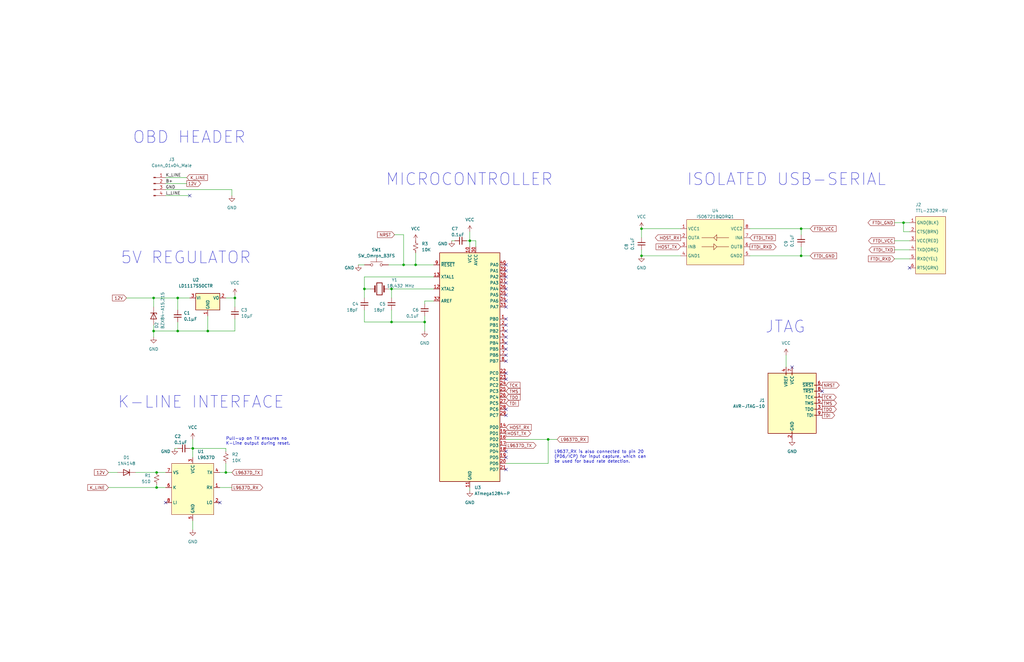
<source format=kicad_sch>
(kicad_sch (version 20230121) (generator eeschema)
  (paper "B")
  (lib_symbols
    (symbol "Connector:AVR-JTAG-10" (pin_names (offset 1.016))
      (property "Reference" "J" (at -8.89 13.97 0))
      (property "Value" "AVR-JTAG-10" (at 1.27 13.97 0))
      (symbol "AVR-JTAG-10_0_1"
        (rectangle (start -2.667 12.7) (end -2.413 11.938))
        (rectangle (start -0.127 -11.938) (end 0.127 -12.7))
        (rectangle (start -0.127 12.7) (end 0.127 11.938))
        (rectangle (start 10.16 -4.953) (end 9.398 -5.207))
        (rectangle (start 10.16 -2.413) (end 9.398 -2.667))
        (rectangle (start 10.16 0.127) (end 9.398 -0.127))
        (rectangle (start 10.16 2.667) (end 9.398 2.413))
        (rectangle (start 10.16 5.207) (end 9.398 4.953))
        (rectangle (start 10.16 7.747) (end 9.398 7.493))
        (rectangle (start 10.16 12.7) (end -10.16 -12.7) (stroke (width 0.254)) (fill (type background)))
      )
      (symbol "AVR-JTAG-10_1_1"
        (pin passive line (at 12.7 2.54 180) (length 2.54) (name "TCK") (number "1"))
        (pin passive line (at 0 -15.24 90) (length 2.54) hide (name "GND") (number "10"))
        (pin passive line (at 0 -15.24 90) (length 2.54) (name "GND") (number "2"))
        (pin passive line (at 12.7 -2.54 180) (length 2.54) (name "TDO") (number "3"))
        (pin passive line (at -2.54 15.24 270) (length 2.54) (name "VREF") (number "4"))
        (pin passive line (at 12.7 0 180) (length 2.54) (name "TMS") (number "5"))
        (pin passive line (at 12.7 7.62 180) (length 2.54) (name "~{SRST}") (number "6"))
        (pin passive line (at 0 15.24 270) (length 2.54) (name "VCC") (number "7"))
        (pin passive line (at 12.7 5.08 180) (length 2.54) (name "~{TRST}") (number "8"))
        (pin passive line (at 12.7 -5.08 180) (length 2.54) (name "TDI") (number "9"))
      )
    )
    (symbol "Connector:Conn_01x04_Male" (pin_names (offset 1.016) hide)
      (property "Reference" "J" (at 0 5.08 0))
      (property "Value" "Conn_01x04_Male" (at 0 -7.62 0))
      (symbol "Conn_01x04_Male_1_1"
        (polyline (pts (xy 1.27 -5.08) (xy 0.8636 -5.08)) (stroke (width 0.1524)))
        (polyline (pts (xy 1.27 -2.54) (xy 0.8636 -2.54)) (stroke (width 0.1524)))
        (polyline (pts (xy 1.27 0) (xy 0.8636 0)) (stroke (width 0.1524)))
        (polyline (pts (xy 1.27 2.54) (xy 0.8636 2.54)) (stroke (width 0.1524)))
        (rectangle (start 0.8636 -4.953) (end 0 -5.207) (stroke (width 0.1524)) (fill (type outline)))
        (rectangle (start 0.8636 -2.413) (end 0 -2.667) (stroke (width 0.1524)) (fill (type outline)))
        (rectangle (start 0.8636 0.127) (end 0 -0.127) (stroke (width 0.1524)) (fill (type outline)))
        (rectangle (start 0.8636 2.667) (end 0 2.413) (stroke (width 0.1524)) (fill (type outline)))
        (pin passive line (at 5.08 2.54 180) (length 3.81) (name "Pin_1") (number "1"))
        (pin passive line (at 5.08 0 180) (length 3.81) (name "Pin_2") (number "2"))
        (pin passive line (at 5.08 -2.54 180) (length 3.81) (name "Pin_3") (number "3"))
        (pin passive line (at 5.08 -5.08 180) (length 3.81) (name "Pin_4") (number "4"))
      )
    )
    (symbol "Device:C_Small" (pin_numbers hide) (pin_names (offset 0.254) hide)
      (property "Reference" "C" (at 0.254 1.778 0))
      (property "Value" "C_Small" (at 0.254 -2.032 0))
      (symbol "C_Small_0_1"
        (polyline (pts (xy -1.524 -0.508) (xy 1.524 -0.508)) (stroke (width 0.3302)))
        (polyline (pts (xy -1.524 0.508) (xy 1.524 0.508)) (stroke (width 0.3048)))
      )
      (symbol "C_Small_1_1"
        (pin passive line (at 0 2.54 270) (length 2.032) (name "~") (number "1"))
        (pin passive line (at 0 -2.54 90) (length 2.032) (name "~") (number "2"))
      )
    )
    (symbol "Device:Crystal" (pin_numbers hide) (pin_names (offset 1.016) hide)
      (property "Reference" "Y" (at 0 3.81 0))
      (property "Value" "Crystal" (at 0 -3.81 0))
      (symbol "Crystal_0_1"
        (rectangle (start -1.143 2.54) (end 1.143 -2.54) (stroke (width 0.3048)))
        (polyline (pts (xy -2.54 0) (xy -1.905 0)))
        (polyline (pts (xy -1.905 -1.27) (xy -1.905 1.27)) (stroke (width 0.508)))
        (polyline (pts (xy 1.905 -1.27) (xy 1.905 1.27)) (stroke (width 0.508)))
        (polyline (pts (xy 2.54 0) (xy 1.905 0)))
      )
      (symbol "Crystal_1_1"
        (pin passive line (at -3.81 0 0) (length 1.27) (name "1") (number "1"))
        (pin passive line (at 3.81 0 180) (length 1.27) (name "2") (number "2"))
      )
    )
    (symbol "Device:R_Small_US" (pin_numbers hide) (pin_names (offset 0.254) hide)
      (property "Reference" "R" (at 0.762 0.508 0))
      (property "Value" "R_Small_US" (at 0.762 -1.016 0))
      (symbol "R_Small_US_1_1"
        (polyline (pts (xy 0 0) (xy 1.016 -0.381) (xy 0 -0.762) (xy -1.016 -1.143) (xy 0 -1.524)))
        (polyline (pts (xy 0 1.524) (xy 1.016 1.143) (xy 0 0.762) (xy -1.016 0.381) (xy 0 0)))
        (pin passive line (at 0 2.54 270) (length 1.016) (name "~") (number "1"))
        (pin passive line (at 0 -2.54 90) (length 1.016) (name "~") (number "2"))
      )
    )
    (symbol "Diode:1N4148" (pin_numbers hide) (pin_names (offset 1.016) hide)
      (property "Reference" "D" (at 0 2.54 0))
      (property "Value" "1N4148" (at 0 -2.54 0))
      (symbol "1N4148_0_1"
        (polyline (pts (xy -1.27 1.27) (xy -1.27 -1.27)) (stroke (width 0.254)))
        (polyline (pts (xy 1.27 0) (xy -1.27 0)))
        (polyline (pts (xy 1.27 1.27) (xy 1.27 -1.27) (xy -1.27 0) (xy 1.27 1.27)) (stroke (width 0.254)))
      )
      (symbol "1N4148_1_1"
        (pin passive line (at -3.81 0 0) (length 2.54) (name "K") (number "1"))
        (pin passive line (at 3.81 0 180) (length 2.54) (name "A") (number "2"))
      )
    )
    (symbol "Diode:BZX84Cxx" (pin_numbers hide) (pin_names hide)
      (property "Reference" "D" (at 0 3.81 0))
      (property "Value" "BZX84Cxx" (at 0 -3.81 0))
      (symbol "BZX84Cxx_0_1"
        (polyline (pts (xy 1.27 0) (xy -1.27 0)))
        (polyline (pts (xy -1.27 -1.27) (xy -1.27 1.27) (xy -0.762 1.27)) (stroke (width 0.254)))
        (polyline (pts (xy 1.27 -1.27) (xy 1.27 1.27) (xy -1.27 0) (xy 1.27 -1.27)) (stroke (width 0.254)))
      )
      (symbol "BZX84Cxx_1_1"
        (pin passive line (at 3.81 0 180) (length 2.54) (name "A") (number "1"))
        (pin no_connect line (at 1.27 0 180) (length 2.54) hide (name "NC") (number "2"))
        (pin passive line (at -3.81 0 0) (length 2.54) (name "K") (number "3"))
      )
    )
    (symbol "MCU_Microchip_ATmega:ATmega1284-P"
      (property "Reference" "U" (at -12.7 49.53 0))
      (property "Value" "ATmega1284-P" (at 2.54 -49.53 0))
      (symbol "ATmega1284-P_0_1"
        (rectangle (start -12.7 -48.26) (end 12.7 48.26) (stroke (width 0.254)) (fill (type background)))
      )
      (symbol "ATmega1284-P_1_1"
        (pin bidirectional line (at 15.24 20.32 180) (length 2.54) (name "PB0") (number "1"))
        (pin power_in line (at 0 50.8 270) (length 2.54) (name "VCC") (number "10"))
        (pin power_in line (at 0 -50.8 90) (length 2.54) (name "GND") (number "11"))
        (pin output line (at -15.24 33.02 0) (length 2.54) (name "XTAL2") (number "12"))
        (pin input line (at -15.24 38.1 0) (length 2.54) (name "XTAL1") (number "13"))
        (pin bidirectional line (at 15.24 -25.4 180) (length 2.54) (name "PD0") (number "14"))
        (pin bidirectional line (at 15.24 -27.94 180) (length 2.54) (name "PD1") (number "15"))
        (pin bidirectional line (at 15.24 -30.48 180) (length 2.54) (name "PD2") (number "16"))
        (pin bidirectional line (at 15.24 -33.02 180) (length 2.54) (name "PD3") (number "17"))
        (pin bidirectional line (at 15.24 -35.56 180) (length 2.54) (name "PD4") (number "18"))
        (pin bidirectional line (at 15.24 -38.1 180) (length 2.54) (name "PD5") (number "19"))
        (pin bidirectional line (at 15.24 17.78 180) (length 2.54) (name "PB1") (number "2"))
        (pin bidirectional line (at 15.24 -40.64 180) (length 2.54) (name "PD6") (number "20"))
        (pin bidirectional line (at 15.24 -43.18 180) (length 2.54) (name "PD7") (number "21"))
        (pin bidirectional line (at 15.24 -2.54 180) (length 2.54) (name "PC0") (number "22"))
        (pin bidirectional line (at 15.24 -5.08 180) (length 2.54) (name "PC1") (number "23"))
        (pin bidirectional line (at 15.24 -7.62 180) (length 2.54) (name "PC2") (number "24"))
        (pin bidirectional line (at 15.24 -10.16 180) (length 2.54) (name "PC3") (number "25"))
        (pin bidirectional line (at 15.24 -12.7 180) (length 2.54) (name "PC4") (number "26"))
        (pin bidirectional line (at 15.24 -15.24 180) (length 2.54) (name "PC5") (number "27"))
        (pin bidirectional line (at 15.24 -17.78 180) (length 2.54) (name "PC6") (number "28"))
        (pin bidirectional line (at 15.24 -20.32 180) (length 2.54) (name "PC7") (number "29"))
        (pin bidirectional line (at 15.24 15.24 180) (length 2.54) (name "PB2") (number "3"))
        (pin power_in line (at 2.54 50.8 270) (length 2.54) (name "AVCC") (number "30"))
        (pin passive line (at 0 -50.8 90) (length 2.54) hide (name "GND") (number "31"))
        (pin passive line (at -15.24 27.94 0) (length 2.54) (name "AREF") (number "32"))
        (pin bidirectional line (at 15.24 25.4 180) (length 2.54) (name "PA7") (number "33"))
        (pin bidirectional line (at 15.24 27.94 180) (length 2.54) (name "PA6") (number "34"))
        (pin bidirectional line (at 15.24 30.48 180) (length 2.54) (name "PA5") (number "35"))
        (pin bidirectional line (at 15.24 33.02 180) (length 2.54) (name "PA4") (number "36"))
        (pin bidirectional line (at 15.24 35.56 180) (length 2.54) (name "PA3") (number "37"))
        (pin bidirectional line (at 15.24 38.1 180) (length 2.54) (name "PA2") (number "38"))
        (pin bidirectional line (at 15.24 40.64 180) (length 2.54) (name "PA1") (number "39"))
        (pin bidirectional line (at 15.24 12.7 180) (length 2.54) (name "PB3") (number "4"))
        (pin bidirectional line (at 15.24 43.18 180) (length 2.54) (name "PA0") (number "40"))
        (pin bidirectional line (at 15.24 10.16 180) (length 2.54) (name "PB4") (number "5"))
        (pin bidirectional line (at 15.24 7.62 180) (length 2.54) (name "PB5") (number "6"))
        (pin bidirectional line (at 15.24 5.08 180) (length 2.54) (name "PB6") (number "7"))
        (pin bidirectional line (at 15.24 2.54 180) (length 2.54) (name "PB7") (number "8"))
        (pin input line (at -15.24 43.18 0) (length 2.54) (name "~{RESET}") (number "9"))
      )
    )
    (symbol "Regulator_Linear:LD1117S50TR_SOT223" (pin_names (offset 0.254))
      (property "Reference" "U" (at -3.81 3.175 0))
      (property "Value" "LD1117S50TR_SOT223" (at 0 3.175 0))
      (symbol "LD1117S50TR_SOT223_0_1"
        (rectangle (start -5.08 -5.08) (end 5.08 1.905) (stroke (width 0.254)) (fill (type background)))
      )
      (symbol "LD1117S50TR_SOT223_1_1"
        (pin power_in line (at 0 -7.62 90) (length 2.54) (name "GND") (number "1"))
        (pin power_out line (at 7.62 0 180) (length 2.54) (name "VO") (number "2"))
        (pin power_in line (at -7.62 0 0) (length 2.54) (name "VI") (number "3"))
      )
    )
    (symbol "Switch:SW_Omron_B3FS" (pin_numbers hide) (pin_names (offset 1.016) hide)
      (property "Reference" "SW" (at 1.27 2.54 0))
      (property "Value" "SW_Omron_B3FS" (at 0 -1.524 0))
      (symbol "SW_Omron_B3FS_0_1"
        (circle (center -2.032 0) (radius 0.508))
        (polyline (pts (xy 0 1.27) (xy 0 3.048)))
        (polyline (pts (xy 2.54 1.27) (xy -2.54 1.27)))
        (circle (center 2.032 0) (radius 0.508))
        (pin passive line (at -5.08 0 0) (length 2.54) (name "1") (number "1"))
        (pin passive line (at 5.08 0 180) (length 2.54) (name "2") (number "2"))
      )
    )
    (symbol "kwp1281tool:ISO6721BQDRQ1"
      (property "Reference" "U" (at -11.43 11.43 0))
      (property "Value" "ISO6721BQDRQ1" (at 3.81 11.43 0))
      (symbol "ISO6721BQDRQ1_0_1"
        (polyline (pts (xy -1.27 -2.54) (xy -6.35 -2.54)))
        (polyline (pts (xy -1.27 1.27) (xy -6.35 1.27)))
        (polyline (pts (xy 0 -2.54) (xy 5.08 -2.54)))
        (polyline (pts (xy 0 1.27) (xy 5.08 1.27)))
        (polyline (pts (xy -1.27 -3.81) (xy -1.27 -1.27) (xy 0 -2.54) (xy -1.27 -3.81)))
        (polyline (pts (xy 0 2.54) (xy 0 0) (xy -1.27 1.27) (xy 0 2.54)))
      )
      (symbol "ISO6721BQDRQ1_1_1"
        (rectangle (start -12.7 8.89) (end 11.43 -10.16) (fill (type background)))
        (pin input line (at -15.24 5.08 0) (length 2.54) (name "VCC1") (number "1"))
        (pin output line (at -15.24 1.27 0) (length 2.54) (name "OUTA") (number "2"))
        (pin input line (at -15.24 -2.54 0) (length 2.54) (name "INB") (number "3"))
        (pin input line (at -15.24 -6.35 0) (length 2.54) (name "GND1") (number "4"))
        (pin input line (at 13.97 -6.35 180) (length 2.54) (name "GND2") (number "5"))
        (pin output line (at 13.97 -2.54 180) (length 2.54) (name "OUTB") (number "6"))
        (pin input line (at 13.97 1.27 180) (length 2.54) (name "INA") (number "7"))
        (pin input line (at 13.97 5.08 180) (length 2.54) (name "VCC2") (number "8"))
      )
    )
    (symbol "kwp1281tool:TTL-232R-5V"
      (property "Reference" "J" (at -6.35 13.97 0))
      (property "Value" "TTL-232R-5V" (at 3.81 13.97 0))
      (symbol "TTL-232R-5V_1_1"
        (rectangle (start -3.81 11.43) (end 8.89 -12.7) (fill (type background)))
        (pin input line (at -6.35 8.89 0) (length 2.54) (name "GND(BLK)") (number "1"))
        (pin input line (at -6.35 5.08 0) (length 2.54) (name "CTS(BRN)") (number "2"))
        (pin output line (at -6.35 1.27 0) (length 2.54) (name "VCC(RED)") (number "3"))
        (pin output line (at -6.35 -2.54 0) (length 2.54) (name "TXD(ORG)") (number "4"))
        (pin input line (at -6.35 -6.35 0) (length 2.54) (name "RXD(YEL)") (number "5"))
        (pin output line (at -6.35 -10.16 0) (length 2.54) (name "RTS(GRN)") (number "6"))
      )
    )
    (symbol "power:GND" (power) (pin_names (offset 0))
      (property "Value" "GND" (at 0 -3.81 0))
      (symbol "GND_0_1"
        (polyline (pts (xy 0 0) (xy 0 -1.27) (xy 1.27 -1.27) (xy 0 -2.54) (xy -1.27 -1.27) (xy 0 -1.27)))
      )
      (symbol "GND_1_1"
        (pin power_in line (at 0 0 270) (length 0) hide (name "GND") (number "1"))
      )
    )
    (symbol "power:VCC" (power) (pin_names (offset 0))
      (property "Value" "VCC" (at 0 3.81 0))
      (symbol "VCC_0_1"
        (polyline (pts (xy -0.762 1.27) (xy 0 2.54)))
        (polyline (pts (xy 0 0) (xy 0 2.54)))
        (polyline (pts (xy 0 2.54) (xy 0.762 1.27)))
      )
      (symbol "VCC_1_1"
        (pin power_in line (at 0 0 90) (length 0) hide (name "VCC") (number "1"))
      )
    )
    (symbol "vag1552exerciser:L9637D"
      (property "Reference" "U" (at 6.35 6.35 0))
      (property "Value" "L9637D" (at 8.89 3.81 0))
      (symbol "L9637D_0_1"
        (rectangle (start -7.62 2.54) (end 10.16 -19.05) (fill (type background)))
        (rectangle (start 0 -20.32) (end 0 -20.32))
      )
      (symbol "L9637D_1_1"
        (pin output line (at 12.7 -7.62 180) (length 2.54) (name "RX") (number "1"))
        (pin input line (at 12.7 -13.97 180) (length 2.54) (name "LO") (number "2"))
        (pin input line (at 1.27 5.08 270) (length 2.54) (name "VCC") (number "3"))
        (pin input line (at 12.7 -1.27 180) (length 2.54) (name "TX") (number "4"))
        (pin input line (at 1.27 -21.59 90) (length 2.54) (name "GND") (number "5"))
        (pin input line (at -10.16 -7.62 0) (length 2.54) (name "K") (number "6"))
        (pin input line (at -10.16 -1.27 0) (length 2.54) (name "VS") (number "7"))
        (pin input line (at -10.16 -13.97 0) (length 2.54) (name "LI") (number "8"))
      )
    )
  )
  (junction (at 337.82 96.52))
  (junction (at 99.06 125.73))
  (junction (at 165.1 135.89))
  (junction (at 95.25 199.39))
  (junction (at 170.18 111.76))
  (junction (at 270.51 96.52))
  (junction (at 153.67 121.92))
  (junction (at 198.12 101.6))
  (junction (at 64.77 125.73))
  (junction (at 66.04 205.74))
  (junction (at 337.82 107.95))
  (junction (at 165.1 121.92))
  (junction (at 64.77 139.7))
  (junction (at 87.63 139.7))
  (junction (at 270.51 107.95))
  (junction (at 81.28 189.23))
  (junction (at 175.26 111.76))
  (junction (at 74.93 125.73))
  (junction (at 74.93 139.7))
  (junction (at 381 93.98))
  (junction (at 66.04 199.39))
  (junction (at 179.07 135.89))
  (junction (at 231.14 185.42))
  (no_connect (at 213.36 160.02))
  (no_connect (at 213.36 119.38))
  (no_connect (at 213.36 147.32))
  (no_connect (at 213.36 111.76))
  (no_connect (at 213.36 116.84))
  (no_connect (at 69.85 212.09))
  (no_connect (at 213.36 114.3))
  (no_connect (at 213.36 127))
  (no_connect (at 213.36 142.24))
  (no_connect (at 213.36 124.46))
  (no_connect (at 80.01 82.55))
  (no_connect (at 213.36 149.86))
  (no_connect (at 334.01 154.94))
  (no_connect (at 213.36 129.54))
  (no_connect (at 213.36 144.78))
  (no_connect (at 213.36 152.4))
  (no_connect (at 213.36 175.26))
  (no_connect (at 213.36 193.04))
  (no_connect (at 213.36 137.16))
  (no_connect (at 213.36 198.12))
  (no_connect (at 213.36 190.5))
  (no_connect (at 213.36 172.72))
  (no_connect (at 213.36 139.7))
  (no_connect (at 213.36 134.62))
  (no_connect (at 213.36 121.92))
  (no_connect (at 346.71 165.1))
  (no_connect (at 92.71 212.09))
  (no_connect (at 213.36 157.48))
  (no_connect (at 383.54 113.03))
  (wire (pts (xy 331.47 149.86) (xy 331.47 154.94)))
  (wire (pts (xy 179.07 128.27) (xy 179.07 127)))
  (wire (pts (xy 270.51 107.95) (xy 270.51 105.41)))
  (wire (pts (xy 213.36 185.42) (xy 231.14 185.42)))
  (wire (pts (xy 95.25 125.73) (xy 99.06 125.73)))
  (wire (pts (xy 153.67 135.89) (xy 153.67 130.81)))
  (wire (pts (xy 165.1 135.89) (xy 153.67 135.89)))
  (wire (pts (xy 66.04 199.39) (xy 69.85 199.39)))
  (wire (pts (xy 377.19 93.98) (xy 381 93.98)))
  (wire (pts (xy 80.01 189.23) (xy 81.28 189.23)))
  (wire (pts (xy 316.23 96.52) (xy 337.82 96.52)))
  (wire (pts (xy 64.77 125.73) (xy 74.93 125.73)))
  (wire (pts (xy 165.1 130.81) (xy 165.1 135.89)))
  (wire (pts (xy 270.51 96.52) (xy 270.51 100.33)))
  (wire (pts (xy 64.77 139.7) (xy 64.77 142.24)))
  (wire (pts (xy 165.1 135.89) (xy 179.07 135.89)))
  (wire (pts (xy 163.83 121.92) (xy 165.1 121.92)))
  (wire (pts (xy 74.93 135.89) (xy 74.93 139.7)))
  (wire (pts (xy 73.66 189.23) (xy 74.93 189.23)))
  (wire (pts (xy 151.13 111.76) (xy 153.67 111.76)))
  (wire (pts (xy 337.82 96.52) (xy 341.63 96.52)))
  (wire (pts (xy 196.85 101.6) (xy 198.12 101.6)))
  (wire (pts (xy 175.26 106.68) (xy 175.26 111.76)))
  (wire (pts (xy 165.1 121.92) (xy 182.88 121.92)))
  (wire (pts (xy 170.18 111.76) (xy 175.26 111.76)))
  (wire (pts (xy 97.79 199.39) (xy 95.25 199.39)))
  (wire (pts (xy 377.19 105.41) (xy 383.54 105.41)))
  (wire (pts (xy 81.28 219.71) (xy 81.28 223.52)))
  (wire (pts (xy 377.19 109.22) (xy 383.54 109.22)))
  (wire (pts (xy 190.5 101.6) (xy 191.77 101.6)))
  (wire (pts (xy 179.07 139.7) (xy 179.07 135.89)))
  (wire (pts (xy 97.79 80.01) (xy 97.79 82.55)))
  (wire (pts (xy 45.72 205.74) (xy 66.04 205.74)))
  (wire (pts (xy 166.37 99.06) (xy 170.18 99.06)))
  (wire (pts (xy 99.06 134.62) (xy 99.06 139.7)))
  (wire (pts (xy 81.28 185.42) (xy 81.28 189.23)))
  (wire (pts (xy 337.82 104.14) (xy 337.82 107.95)))
  (wire (pts (xy 337.82 99.06) (xy 337.82 96.52)))
  (wire (pts (xy 74.93 125.73) (xy 74.93 130.81)))
  (wire (pts (xy 69.85 77.47) (xy 78.74 77.47)))
  (wire (pts (xy 381 93.98) (xy 383.54 93.98)))
  (wire (pts (xy 64.77 137.16) (xy 64.77 139.7)))
  (wire (pts (xy 381 93.98) (xy 381 97.79)))
  (wire (pts (xy 69.85 74.93) (xy 78.74 74.93)))
  (wire (pts (xy 69.85 80.01) (xy 97.79 80.01)))
  (wire (pts (xy 57.15 199.39) (xy 66.04 199.39)))
  (wire (pts (xy 74.93 139.7) (xy 87.63 139.7)))
  (wire (pts (xy 153.67 121.92) (xy 153.67 125.73)))
  (wire (pts (xy 198.12 101.6) (xy 198.12 104.14)))
  (wire (pts (xy 95.25 199.39) (xy 92.71 199.39)))
  (wire (pts (xy 198.12 101.6) (xy 198.12 97.79)))
  (wire (pts (xy 231.14 185.42) (xy 234.95 185.42)))
  (wire (pts (xy 200.66 104.14) (xy 200.66 101.6)))
  (wire (pts (xy 64.77 125.73) (xy 64.77 129.54)))
  (wire (pts (xy 231.14 195.58) (xy 231.14 185.42)))
  (wire (pts (xy 163.83 111.76) (xy 170.18 111.76)))
  (wire (pts (xy 81.28 189.23) (xy 95.25 189.23)))
  (wire (pts (xy 153.67 121.92) (xy 156.21 121.92)))
  (wire (pts (xy 66.04 205.74) (xy 66.04 204.47)))
  (wire (pts (xy 337.82 107.95) (xy 341.63 107.95)))
  (wire (pts (xy 64.77 139.7) (xy 74.93 139.7)))
  (wire (pts (xy 179.07 135.89) (xy 179.07 133.35)))
  (wire (pts (xy 74.93 125.73) (xy 80.01 125.73)))
  (wire (pts (xy 270.51 96.52) (xy 287.02 96.52)))
  (wire (pts (xy 175.26 111.76) (xy 182.88 111.76)))
  (wire (pts (xy 153.67 116.84) (xy 153.67 121.92)))
  (wire (pts (xy 153.67 116.84) (xy 182.88 116.84)))
  (wire (pts (xy 53.34 125.73) (xy 64.77 125.73)))
  (wire (pts (xy 213.36 195.58) (xy 231.14 195.58)))
  (wire (pts (xy 97.79 205.74) (xy 92.71 205.74)))
  (wire (pts (xy 377.19 101.6) (xy 383.54 101.6)))
  (wire (pts (xy 165.1 121.92) (xy 165.1 125.73)))
  (wire (pts (xy 81.28 189.23) (xy 81.28 193.04)))
  (wire (pts (xy 337.82 107.95) (xy 316.23 107.95)))
  (wire (pts (xy 87.63 139.7) (xy 87.63 133.35)))
  (wire (pts (xy 99.06 125.73) (xy 99.06 129.54)))
  (wire (pts (xy 170.18 99.06) (xy 170.18 111.76)))
  (wire (pts (xy 45.72 199.39) (xy 49.53 199.39)))
  (wire (pts (xy 99.06 139.7) (xy 87.63 139.7)))
  (wire (pts (xy 200.66 101.6) (xy 198.12 101.6)))
  (wire (pts (xy 95.25 189.23) (xy 95.25 190.5)))
  (wire (pts (xy 69.85 82.55) (xy 80.01 82.55)))
  (wire (pts (xy 270.51 107.95) (xy 287.02 107.95)))
  (wire (pts (xy 383.54 97.79) (xy 381 97.79)))
  (wire (pts (xy 69.85 205.74) (xy 66.04 205.74)))
  (wire (pts (xy 95.25 195.58) (xy 95.25 199.39)))
  (wire (pts (xy 99.06 124.46) (xy 99.06 125.73)))
  (wire (pts (xy 179.07 127) (xy 182.88 127)))
  (wire (pts (xy 198.12 205.74) (xy 198.12 207.01)))
  (text "MICROCONTROLLER" (at 162.56 78.74 0) (effects (font (size 5 5)) (justify left bottom)))
  (text "K-LINE INTERFACE" (at 49.53 172.72 0) (effects (font (size 5 5)) (justify left bottom)))
  (text "5V REGULATOR\n" (at 50.8 111.76 0) (effects (font (size 5 5)) (justify left bottom)))
  (text "Pull-up on TX ensures no\nK-Line output during reset." (at 95.25 187.96 0) (effects (font (size 1.27 1.27)) (justify left bottom)))
  (text "L9637_RX is also connected to pin 20\n(PD6/ICP) for input capture, which can\nbe used for baud rate detection." (at 233.68 195.58 0) (effects (font (size 1.27 1.27)) (justify left bottom)))
  (text "OBD HEADER" (at 55.88 60.96 0) (effects (font (size 5 5)) (justify left bottom)))
  (text "ISOLATED USB-SERIAL" (at 289.56 78.74 0) (effects (font (size 5 5)) (justify left bottom)))
  (text "JTAG" (at 322.58 140.97 0) (effects (font (size 5 5)) (justify left bottom)))
  (label "K_LINE" (at 69.85 74.93 0))
  (label "GND" (at 69.85 80.01 0))
  (label "B+" (at 69.85 77.47 0))
  (label "L_LINE" (at 69.85 82.55 0))
  (global_label "HOST_RX" (shape output) (at 287.02 100.33 180) (property "Intersheetrefs" "${INTERSHEET_REFS}" (effects hide)))
  (global_label "HOST_TX" (shape output) (at 213.36 182.88 0) (property "Intersheetrefs" "${INTERSHEET_REFS}" (effects hide)))
  (global_label "L9637D_TX" (shape input) (at 97.79 199.39 0) (property "Intersheetrefs" "${INTERSHEET_REFS}" (effects hide)) (property "Referenzen zwischen Schaltplänen" "${INTERSHEET_REFS}" (effects hide)))
  (global_label "K_LINE" (shape input) (at 78.74 74.93 0) (property "Intersheetrefs" "${INTERSHEET_REFS}" (effects hide)) (property "Referenzen zwischen Schaltplänen" "${INTERSHEET_REFS}" (effects hide)))
  (global_label "TDI" (shape input) (at 213.36 170.18 0) (property "Intersheetrefs" "${INTERSHEET_REFS}" (effects hide)) (property "Referenzen zwischen Schaltplänen" "${INTERSHEET_REFS}" (effects hide)))
  (global_label "FTDI_VCC" (shape input) (at 341.63 96.52 0) (property "Intersheetrefs" "${INTERSHEET_REFS}" (effects hide)))
  (global_label "HOST_TX" (shape input) (at 287.02 104.14 180) (property "Intersheetrefs" "${INTERSHEET_REFS}" (effects hide)))
  (global_label "FTDI_RXD" (shape input) (at 377.19 109.22 180) (property "Intersheetrefs" "${INTERSHEET_REFS}" (effects hide)))
  (global_label "TDO" (shape input) (at 213.36 167.64 0) (property "Intersheetrefs" "${INTERSHEET_REFS}" (effects hide)) (property "Referenzen zwischen Schaltplänen" "${INTERSHEET_REFS}" (effects hide)))
  (global_label "12V" (shape input) (at 45.72 199.39 180) (property "Intersheetrefs" "${INTERSHEET_REFS}" (effects hide)) (property "Referenzen zwischen Schaltplänen" "${INTERSHEET_REFS}" (effects hide)))
  (global_label "FTDI_TXD" (shape input) (at 316.23 100.33 0) (property "Intersheetrefs" "${INTERSHEET_REFS}" (effects hide)))
  (global_label "FTDI_TXD" (shape output) (at 377.19 105.41 180) (property "Intersheetrefs" "${INTERSHEET_REFS}" (effects hide)))
  (global_label "L9637D_RX" (shape input) (at 234.95 185.42 0) (property "Intersheetrefs" "${INTERSHEET_REFS}" (effects hide)) (property "Referenzen zwischen Schaltplänen" "${INTERSHEET_REFS}" (effects hide)))
  (global_label "FTDI_RXD" (shape output) (at 316.23 104.14 0) (property "Intersheetrefs" "${INTERSHEET_REFS}" (effects hide)))
  (global_label "TDO" (shape output) (at 346.71 172.72 0) (property "Intersheetrefs" "${INTERSHEET_REFS}" (effects hide)) (property "Referenzen zwischen Schaltplänen" "${INTERSHEET_REFS}" (effects hide)))
  (global_label "L9637D_RX" (shape output) (at 97.79 205.74 0) (property "Intersheetrefs" "${INTERSHEET_REFS}" (effects hide)) (property "Referenzen zwischen Schaltplänen" "${INTERSHEET_REFS}" (effects hide)))
  (global_label "12V" (shape output) (at 78.74 77.47 0) (property "Intersheetrefs" "${INTERSHEET_REFS}" (effects hide)) (property "Referenzen zwischen Schaltplänen" "${INTERSHEET_REFS}" (effects hide)))
  (global_label "TDI" (shape output) (at 346.71 175.26 0) (property "Intersheetrefs" "${INTERSHEET_REFS}" (effects hide)) (property "Referenzen zwischen Schaltplänen" "${INTERSHEET_REFS}" (effects hide)))
  (global_label "HOST_RX" (shape input) (at 213.36 180.34 0) (property "Intersheetrefs" "${INTERSHEET_REFS}" (effects hide)))
  (global_label "FTDI_GND" (shape output) (at 377.19 93.98 180) (property "Intersheetrefs" "${INTERSHEET_REFS}" (effects hide)))
  (global_label "K_LINE" (shape input) (at 45.72 205.74 180) (property "Intersheetrefs" "${INTERSHEET_REFS}" (effects hide)) (property "Referenzen zwischen Schaltplänen" "${INTERSHEET_REFS}" (effects hide)))
  (global_label "NRST" (shape input) (at 166.37 99.06 180) (property "Intersheetrefs" "${INTERSHEET_REFS}" (effects hide)) (property "Referenzen zwischen Schaltplänen" "${INTERSHEET_REFS}" (effects hide)))
  (global_label "NRST" (shape output) (at 346.71 162.56 0) (property "Intersheetrefs" "${INTERSHEET_REFS}" (effects hide)) (property "Referenzen zwischen Schaltplänen" "${INTERSHEET_REFS}" (effects hide)))
  (global_label "TCK" (shape output) (at 346.71 167.64 0) (property "Intersheetrefs" "${INTERSHEET_REFS}" (effects hide)) (property "Referenzen zwischen Schaltplänen" "${INTERSHEET_REFS}" (effects hide)))
  (global_label "TMS" (shape output) (at 346.71 170.18 0) (property "Intersheetrefs" "${INTERSHEET_REFS}" (effects hide)) (property "Referenzen zwischen Schaltplänen" "${INTERSHEET_REFS}" (effects hide)))
  (global_label "FTDI_VCC" (shape output) (at 377.19 101.6 180) (property "Intersheetrefs" "${INTERSHEET_REFS}" (effects hide)))
  (global_label "12V" (shape input) (at 53.34 125.73 180) (property "Intersheetrefs" "${INTERSHEET_REFS}" (effects hide)) (property "Referenzen zwischen Schaltplänen" "${INTERSHEET_REFS}" (effects hide)))
  (global_label "L9637D_TX" (shape output) (at 213.36 187.96 0) (property "Intersheetrefs" "${INTERSHEET_REFS}" (effects hide)) (property "Referenzen zwischen Schaltplänen" "${INTERSHEET_REFS}" (effects hide)))
  (global_label "TCK" (shape input) (at 213.36 162.56 0) (property "Intersheetrefs" "${INTERSHEET_REFS}" (effects hide)) (property "Referenzen zwischen Schaltplänen" "${INTERSHEET_REFS}" (effects hide)))
  (global_label "TMS" (shape input) (at 213.36 165.1 0) (property "Intersheetrefs" "${INTERSHEET_REFS}" (effects hide)) (property "Referenzen zwischen Schaltplänen" "${INTERSHEET_REFS}" (effects hide)))
  (global_label "FTDI_GND" (shape input) (at 341.63 107.95 0) (property "Intersheetrefs" "${INTERSHEET_REFS}" (effects hide)))
  (symbol (lib_id "Device:Crystal") (at 160.02 121.92 0) (unit 1)
    (property "Reference" "Y1" (at 166.37 118.11 0))
    (property "Value" "18.432 MHz" (at 168.91 120.65 0))
    (property "Footprint" "Crystal:Crystal_HC49-4H_Vertical" (effects hide))
  )
  (symbol (lib_id "Switch:SW_Omron_B3FS") (at 158.75 111.76 0) (unit 1)
    (property "Reference" "SW1" (at 158.75 105.41 0))
    (property "Value" "SW_Omron_B3FS" (at 158.75 107.95 0))
    (property "Footprint" "Button_Switch_THT:SW_TH_Tactile_Omron_B3F-10xx" (effects hide))
    (property "Datasheet" "https://omronfs.omron.com/en_US/ecb/products/pdf/en-b3fs.pdf" (effects hide))
  )
  (symbol (lib_id "Device:R_Small_US") (at 95.25 193.04 0) (unit 1)
    (property "Reference" "R2" (at 97.79 191.7699 0) (effects (justify left)))
    (property "Value" "10K" (at 97.79 194.3099 0) (effects (justify left)))
    (property "Footprint" "Resistor_THT:R_Axial_DIN0204_L3.6mm_D1.6mm_P7.62mm_Horizontal" (effects hide))
  )
  (symbol (lib_id "power:VCC") (at 99.06 124.46 0) (unit 1)
    (property "Reference" "#PWR017" (effects hide))
    (property "Value" "VCC" (at 99.06 119.38 0))
  )
  (symbol (lib_id "power:GND") (at 151.13 111.76 0) (unit 1)
    (property "Reference" "#PWR011" (effects hide))
    (property "Value" "GND" (at 147.32 113.03 0))
  )
  (symbol (lib_id "Regulator_Linear:LD1117S50TR_SOT223") (at 87.63 125.73 0) (unit 1)
    (property "Reference" "U2" (at 82.55 118.11 0))
    (property "Value" "LD1117S50CTR" (at 82.55 120.65 0))
    (property "Footprint" "Package_TO_SOT_SMD:SOT-223-3_TabPin2" (effects hide))
    (property "Datasheet" "http://www.st.com/st-web-ui/static/active/en/resource/technical/document/datasheet/CD00000544.pdf" (effects hide))
  )
  (symbol (lib_id "Device:C_Small") (at 337.82 101.6 180) (unit 1)
    (property "Reference" "C9" (at 331.47 102.87 90))
    (property "Value" "0.1uF" (at 334.01 101.6 90))
    (property "Footprint" "Capacitor_THT:C_Disc_D5.0mm_W2.5mm_P5.00mm" (effects hide))
  )
  (symbol (lib_id "Diode:BZX84Cxx") (at 64.77 133.35 270) (unit 1)
    (property "Reference" "D2" (at 66.04 135.89 0) (effects (justify left)))
    (property "Value" "BZX84-A15,215" (at 68.58 123.19 0) (effects (justify left)))
    (property "Footprint" "Package_TO_SOT_SMD:SOT-23" (effects hide))
    (property "Datasheet" "https://diotec.com/tl_files/diotec/files/pdf/datasheets/bzx84c2v4.pdf" (effects hide))
  )
  (symbol (lib_id "MCU_Microchip_ATmega:ATmega1284-P") (at 198.12 154.94 0) (unit 1)
    (property "Reference" "U3" (at 200.0759 205.74 0) (effects (justify left)))
    (property "Value" "ATmega1284-P" (at 200.0759 208.28 0) (effects (justify left)))
    (property "Footprint" "Package_DIP:DIP-40_W15.24mm" (effects hide))
    (property "Datasheet" "http://ww1.microchip.com/downloads/en/DeviceDoc/Atmel-8272-8-bit-AVR-microcontroller-ATmega164A_PA-324A_PA-644A_PA-1284_P_datasheet.pdf" (effects hide))
  )
  (symbol (lib_id "kwp1281tool:TTL-232R-5V") (at 389.89 102.87 0) (unit 1)
    (property "Reference" "J2" (at 386.08 86.36 0) (effects (justify left)))
    (property "Value" "TTL-232R-5V" (at 386.08 88.9 0) (effects (justify left)))
    (property "Footprint" "Connector_PinHeader_2.54mm:PinHeader_1x06_P2.54mm_Horizontal" (effects hide))
  )
  (symbol (lib_id "power:VCC") (at 198.12 97.79 0) (unit 1)
    (property "Reference" "#PWR014" (effects hide))
    (property "Value" "VCC" (at 198.12 92.71 0))
  )
  (symbol (lib_id "power:GND") (at 179.07 139.7 0) (unit 1)
    (property "Reference" "#PWR01" (effects hide))
    (property "Value" "GND" (at 179.07 144.78 0))
  )
  (symbol (lib_id "power:VCC") (at 270.51 96.52 0) (unit 1)
    (property "Reference" "#PWR05" (effects hide))
    (property "Value" "VCC" (at 270.51 91.44 0))
  )
  (symbol (lib_id "power:GND") (at 190.5 101.6 0) (unit 1)
    (property "Reference" "#PWR013" (effects hide))
    (property "Value" "GND" (at 186.69 102.87 0))
  )
  (symbol (lib_id "kwp1281tool:ISO6721BQDRQ1") (at 302.26 101.6 0) (unit 1)
    (property "Reference" "U4" (at 301.625 88.9 0))
    (property "Value" "ISO6721BQDRQ1" (at 301.625 91.44 0))
    (property "Footprint" "Package_SO:SOIC-8_3.9x4.9mm_P1.27mm" (effects hide))
  )
  (symbol (lib_id "Device:C_Small") (at 165.1 128.27 180) (unit 1)
    (property "Reference" "C5" (at 161.29 128.27 0))
    (property "Value" "18pF" (at 160.02 130.81 0))
    (property "Footprint" "Capacitor_THT:C_Disc_D5.0mm_W2.5mm_P5.00mm" (effects hide))
  )
  (symbol (lib_id "Device:C_Small") (at 77.47 189.23 90) (unit 1)
    (property "Reference" "C2" (at 74.93 184.15 90))
    (property "Value" "0.1uF" (at 76.2 186.69 90))
    (property "Footprint" "Capacitor_THT:C_Disc_D5.0mm_W2.5mm_P5.00mm" (effects hide))
  )
  (symbol (lib_id "Device:C_Small") (at 99.06 132.08 0) (unit 1)
    (property "Reference" "C3" (at 101.6 130.8162 0) (effects (justify left)))
    (property "Value" "10μF" (at 101.6 133.3562 0) (effects (justify left)))
    (property "Footprint" "Capacitor_THT:C_Disc_D5.0mm_W2.5mm_P5.00mm" (effects hide))
  )
  (symbol (lib_id "Connector:Conn_01x04_Male") (at 64.77 77.47 0) (unit 1)
    (property "Reference" "J3" (at 72.39 67.31 0))
    (property "Value" "Conn_01x04_Male" (at 72.39 69.85 0))
    (property "Footprint" "Connector_PinHeader_2.54mm:PinHeader_1x04_P2.54mm_Horizontal" (effects hide))
  )
  (symbol (lib_id "Diode:1N4148") (at 53.34 199.39 180) (unit 1)
    (property "Reference" "D1" (at 53.34 193.04 0))
    (property "Value" "1N4148" (at 53.34 195.58 0))
    (property "Footprint" "Diode_THT:D_DO-35_SOD27_P7.62mm_Horizontal" (effects hide))
    (property "Datasheet" "https://assets.nexperia.com/documents/data-sheet/1N4148_1N4448.pdf" (effects hide))
  )
  (symbol (lib_id "power:GND") (at 64.77 142.24 0) (unit 1)
    (property "Reference" "#PWR016" (effects hide))
    (property "Value" "GND" (at 64.77 147.32 0))
  )
  (symbol (lib_id "Device:C_Small") (at 270.51 102.87 180) (unit 1)
    (property "Reference" "C8" (at 264.16 104.14 90))
    (property "Value" "0.1uF" (at 266.7 102.87 90))
    (property "Footprint" "Capacitor_THT:C_Disc_D5.0mm_W2.5mm_P5.00mm" (effects hide))
  )
  (symbol (lib_id "Device:C_Small") (at 194.31 101.6 90) (unit 1)
    (property "Reference" "C7" (at 191.77 96.52 90))
    (property "Value" "0.1uF" (at 193.04 99.06 90))
    (property "Footprint" "Capacitor_THT:C_Disc_D5.0mm_W2.5mm_P5.00mm" (effects hide))
  )
  (symbol (lib_id "power:GND") (at 81.28 223.52 0) (unit 1)
    (property "Reference" "#PWR08" (effects hide))
    (property "Value" "GND" (at 81.28 228.6 0))
  )
  (symbol (lib_id "power:VCC") (at 331.47 149.86 0) (unit 1)
    (property "Reference" "#PWR02" (effects hide))
    (property "Value" "VCC" (at 331.47 144.78 0))
  )
  (symbol (lib_id "Device:C_Small") (at 179.07 130.81 180) (unit 1)
    (property "Reference" "C6" (at 175.26 130.81 0))
    (property "Value" "0.1uF" (at 173.99 133.35 0))
    (property "Footprint" "Capacitor_THT:C_Disc_D5.0mm_W2.5mm_P5.00mm" (effects hide))
  )
  (symbol (lib_id "power:VCC") (at 175.26 101.6 0) (unit 1)
    (property "Reference" "#PWR012" (effects hide))
    (property "Value" "VCC" (at 175.26 96.52 0))
  )
  (symbol (lib_id "power:GND") (at 334.01 185.42 0) (unit 1)
    (property "Reference" "#PWR03" (effects hide))
    (property "Value" "GND" (at 334.01 190.5 0))
  )
  (symbol (lib_id "power:VCC") (at 81.28 185.42 0) (unit 1)
    (property "Reference" "#PWR07" (effects hide))
    (property "Value" "VCC" (at 81.28 180.34 0))
  )
  (symbol (lib_id "Connector:AVR-JTAG-10") (at 334.01 170.18 0) (unit 1)
    (property "Reference" "J1" (at 322.58 168.9099 0) (effects (justify right)))
    (property "Value" "AVR-JTAG-10" (at 322.58 171.4499 0) (effects (justify right)))
    (property "Footprint" "kwp1281tool:avr_jtag" (effects hide))
    (property "Datasheet" " ~" (effects hide))
  )
  (symbol (lib_id "Device:R_Small_US") (at 66.04 201.93 0) (unit 1)
    (property "Reference" "R1" (at 60.96 200.66 0) (effects (justify left)))
    (property "Value" "510" (at 59.69 203.2 0) (effects (justify left)))
    (property "Footprint" "Resistor_THT:R_Axial_DIN0207_L6.3mm_D2.5mm_P15.24mm_Horizontal" (effects hide))
  )
  (symbol (lib_id "Device:C_Small") (at 74.93 133.35 180) (unit 1)
    (property "Reference" "C1" (at 77.47 132.0735 0) (effects (justify right)))
    (property "Value" "0.1μF" (at 77.47 134.6135 0) (effects (justify right)))
    (property "Footprint" "Capacitor_THT:C_Disc_D5.0mm_W2.5mm_P5.00mm" (effects hide))
  )
  (symbol (lib_id "Device:R_Small_US") (at 175.26 104.14 0) (unit 1)
    (property "Reference" "R3" (at 177.8 102.8699 0) (effects (justify left)))
    (property "Value" "10K" (at 177.8 105.4099 0) (effects (justify left)))
    (property "Footprint" "Resistor_THT:R_Axial_DIN0204_L3.6mm_D1.6mm_P7.62mm_Horizontal" (effects hide))
  )
  (symbol (lib_id "vag1552exerciser:L9637D") (at 80.01 198.12 0) (unit 1)
    (property "Reference" "U1" (at 83.2994 190.5 0) (effects (justify left)))
    (property "Value" "L9637D" (at 83.2994 193.04 0) (effects (justify left)))
    (property "Footprint" "Package_SO:SOIC-8_3.9x4.9mm_P1.27mm" (effects hide))
  )
  (symbol (lib_id "power:GND") (at 97.79 82.55 0) (unit 1)
    (property "Reference" "#PWR09" (effects hide))
    (property "Value" "GND" (at 97.79 87.63 0))
  )
  (symbol (lib_id "power:GND") (at 198.12 207.01 0) (unit 1)
    (property "Reference" "#PWR015" (effects hide))
    (property "Value" "GND" (at 198.12 212.09 0))
  )
  (symbol (lib_id "Device:C_Small") (at 153.67 128.27 180) (unit 1)
    (property "Reference" "C4" (at 149.86 128.27 0))
    (property "Value" "18pF" (at 148.59 130.81 0))
    (property "Footprint" "Capacitor_THT:C_Disc_D5.0mm_W2.5mm_P5.00mm" (effects hide))
  )
  (symbol (lib_id "power:GND") (at 73.66 189.23 0) (unit 1)
    (property "Reference" "#PWR06" (effects hide))
    (property "Value" "GND" (at 69.85 190.5 0))
  )
  (symbol (lib_id "power:GND") (at 270.51 107.95 0) (unit 1)
    (property "Reference" "#PWR04" (effects hide))
    (property "Value" "GND" (at 270.51 113.03 0))
  )
)
</source>
